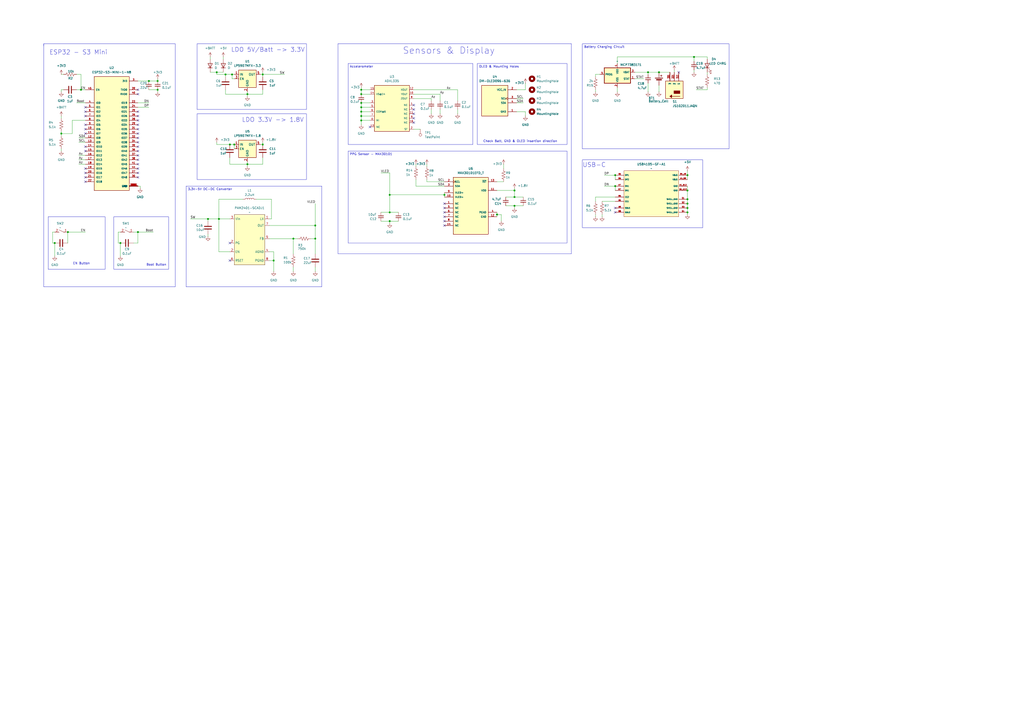
<source format=kicad_sch>
(kicad_sch (version 20231120) (generator "eeschema") (generator_version "8.0")
  (paper "A2")
  (junction (at 402.59 33.02))
  (junction (at 143.51 95.25))
  (junction (at 127 127))
  (junction (at 31.75 140.97))
  (junction (at 135.89 83.82))
  (junction (at 226.06 113.03))
  (junction (at 39.37 134.62))
  (junction (at 209.55 67.31))
  (junction (at 125.73 41.91))
  (junction (at 298.45 114.3))
  (junction (at 398.78 118.11))
  (junction (at 226.06 123.19))
  (junction (at 375.92 41.91))
  (junction (at 398.78 101.6))
  (junction (at 152.4 83.82))
  (junction (at 209.55 52.07))
  (junction (at 257.81 113.03))
  (junction (at 134.62 43.18))
  (junction (at 398.78 115.57))
  (junction (at 86.36 46.99))
  (junction (at 91.44 52.07))
  (junction (at 288.29 124.46))
  (junction (at 91.44 46.99))
  (junction (at 35.56 77.47))
  (junction (at 209.55 64.77))
  (junction (at 356.87 107.95))
  (junction (at 398.78 120.65))
  (junction (at 69.85 140.97))
  (junction (at 382.27 41.91))
  (junction (at 152.4 43.18))
  (junction (at 158.75 151.13))
  (junction (at 226.06 128.27))
  (junction (at 80.01 134.62))
  (junction (at 170.18 138.43))
  (junction (at 398.78 123.19))
  (junction (at 209.55 59.69))
  (junction (at 209.55 62.23))
  (junction (at 356.87 101.6))
  (junction (at 182.88 138.43))
  (junction (at 298.45 110.49))
  (junction (at 143.51 54.61))
  (junction (at 46.99 52.07))
  (junction (at 120.65 127))
  (junction (at 298.45 119.38))
  (junction (at 398.78 110.49))
  (junction (at 182.88 130.81))
  (junction (at 209.55 54.61))
  (junction (at 130.81 43.18))
  (junction (at 209.55 69.85))
  (junction (at 133.35 83.82))
  (no_connect (at 49.53 62.23))
  (no_connect (at 80.01 64.77))
  (no_connect (at 49.53 100.33))
  (no_connect (at 49.53 97.79))
  (no_connect (at 356.87 120.65))
  (no_connect (at 240.03 71.12))
  (no_connect (at 240.03 63.5))
  (no_connect (at 80.01 54.61))
  (no_connect (at 133.35 140.97))
  (no_connect (at 49.53 87.63))
  (no_connect (at 80.01 90.17))
  (no_connect (at 49.53 105.41))
  (no_connect (at 257.81 118.11))
  (no_connect (at 80.01 95.25))
  (no_connect (at 80.01 74.93))
  (no_connect (at 240.03 66.04))
  (no_connect (at 80.01 97.79))
  (no_connect (at 80.01 69.85))
  (no_connect (at 80.01 100.33))
  (no_connect (at 80.01 80.01))
  (no_connect (at 80.01 102.87))
  (no_connect (at 80.01 85.09))
  (no_connect (at 214.63 73.66))
  (no_connect (at 49.53 72.39))
  (no_connect (at 356.87 123.19))
  (no_connect (at 257.81 120.65))
  (no_connect (at 80.01 72.39))
  (no_connect (at 80.01 82.55))
  (no_connect (at 49.53 67.31))
  (no_connect (at 133.35 151.13))
  (no_connect (at 240.03 68.58))
  (no_connect (at 49.53 74.93))
  (no_connect (at 257.81 125.73))
  (no_connect (at 80.01 77.47))
  (no_connect (at 49.53 77.47))
  (no_connect (at 80.01 67.31))
  (no_connect (at 49.53 85.09))
  (no_connect (at 393.7 41.91))
  (no_connect (at 80.01 87.63))
  (no_connect (at 257.81 130.81))
  (no_connect (at 257.81 123.19))
  (no_connect (at 49.53 102.87))
  (no_connect (at 80.01 52.07))
  (no_connect (at 257.81 128.27))
  (no_connect (at 240.03 60.96))
  (no_connect (at 49.53 64.77))
  (no_connect (at 80.01 92.71))
  (wire (pts (xy 398.78 110.49) (xy 398.78 115.57)))
  (wire (pts (xy 402.59 33.02) (xy 402.59 35.56)))
  (wire (pts (xy 44.45 43.18) (xy 46.99 43.18)))
  (wire (pts (xy 130.81 54.61) (xy 143.51 54.61)))
  (wire (pts (xy 41.91 77.47) (xy 35.56 77.47)))
  (wire (pts (xy 209.55 67.31) (xy 209.55 69.85)))
  (wire (pts (xy 182.88 138.43) (xy 182.88 147.32)))
  (wire (pts (xy 398.78 115.57) (xy 398.78 118.11)))
  (wire (pts (xy 68.58 134.62) (xy 69.85 134.62)))
  (wire (pts (xy 45.72 82.55) (xy 49.53 82.55)))
  (wire (pts (xy 170.18 157.48) (xy 170.18 154.94)))
  (wire (pts (xy 368.3 41.91) (xy 375.92 41.91)))
  (wire (pts (xy 398.78 101.6) (xy 398.78 104.14)))
  (wire (pts (xy 121.92 33.02) (xy 121.92 34.29)))
  (wire (pts (xy 152.4 41.91) (xy 152.4 43.18)))
  (wire (pts (xy 170.18 138.43) (xy 172.72 138.43)))
  (wire (pts (xy 127 127) (xy 133.35 127)))
  (wire (pts (xy 350.52 107.95) (xy 356.87 107.95)))
  (wire (pts (xy 125.73 41.91) (xy 129.54 41.91)))
  (polyline (pts (xy 25.4 166.37) (xy 101.6 166.37)))
  (wire (pts (xy 293.37 119.38) (xy 298.45 119.38)))
  (wire (pts (xy 391.16 41.91) (xy 391.16 40.64)))
  (wire (pts (xy 36.83 52.07) (xy 35.56 52.07)))
  (wire (pts (xy 135.89 83.82) (xy 135.89 86.36)))
  (wire (pts (xy 135.89 45.72) (xy 134.62 45.72)))
  (wire (pts (xy 410.21 33.02) (xy 410.21 34.29)))
  (wire (pts (xy 152.4 82.55) (xy 152.4 83.82)))
  (wire (pts (xy 304.8 48.26) (xy 304.8 52.07)))
  (wire (pts (xy 226.06 123.19) (xy 231.14 123.19)))
  (wire (pts (xy 358.14 50.8) (xy 358.14 53.34)))
  (wire (pts (xy 209.55 69.85) (xy 209.55 72.39)))
  (wire (pts (xy 304.8 64.77) (xy 304.8 67.31)))
  (polyline (pts (xy 25.4 25.4) (xy 25.4 26.67)))
  (wire (pts (xy 143.51 54.61) (xy 143.51 53.34)))
  (wire (pts (xy 209.55 64.77) (xy 214.63 64.77)))
  (wire (pts (xy 152.4 44.45) (xy 152.4 43.18)))
  (wire (pts (xy 209.55 50.8) (xy 209.55 52.07)))
  (wire (pts (xy 45.72 80.01) (xy 49.53 80.01)))
  (wire (pts (xy 209.55 52.07) (xy 214.63 52.07)))
  (wire (pts (xy 209.55 59.69) (xy 209.55 62.23)))
  (wire (pts (xy 349.25 116.84) (xy 356.87 116.84)))
  (wire (pts (xy 127 115.57) (xy 127 127)))
  (wire (pts (xy 345.44 43.18) (xy 345.44 44.45)))
  (wire (pts (xy 398.78 99.06) (xy 398.78 101.6)))
  (wire (pts (xy 240.03 57.15) (xy 250.19 57.15)))
  (wire (pts (xy 247.65 95.25) (xy 247.65 96.52)))
  (wire (pts (xy 402.59 41.91) (xy 402.59 40.64)))
  (wire (pts (xy 250.19 63.5) (xy 250.19 66.04)))
  (wire (pts (xy 77.47 140.97) (xy 80.01 140.97)))
  (wire (pts (xy 288.29 110.49) (xy 298.45 110.49)))
  (wire (pts (xy 299.72 52.07) (xy 304.8 52.07)))
  (wire (pts (xy 35.56 86.36) (xy 35.56 87.63)))
  (wire (pts (xy 356.87 107.95) (xy 356.87 110.49)))
  (wire (pts (xy 35.56 77.47) (xy 35.56 78.74)))
  (wire (pts (xy 35.56 67.31) (xy 35.56 68.58)))
  (wire (pts (xy 345.44 125.73) (xy 345.44 124.46)))
  (wire (pts (xy 288.29 124.46) (xy 290.83 124.46)))
  (wire (pts (xy 209.55 62.23) (xy 214.63 62.23)))
  (wire (pts (xy 35.56 76.2) (xy 35.56 77.47)))
  (wire (pts (xy 91.44 45.72) (xy 91.44 46.99)))
  (wire (pts (xy 345.44 114.3) (xy 356.87 114.3)))
  (wire (pts (xy 45.72 95.25) (xy 49.53 95.25)))
  (wire (pts (xy 125.73 41.91) (xy 125.73 43.18)))
  (wire (pts (xy 77.47 134.62) (xy 80.01 134.62)))
  (wire (pts (xy 220.98 100.33) (xy 226.06 100.33)))
  (wire (pts (xy 45.72 90.17) (xy 49.53 90.17)))
  (wire (pts (xy 157.48 127) (xy 156.21 127)))
  (wire (pts (xy 80.01 134.62) (xy 88.9 134.62)))
  (wire (pts (xy 209.55 67.31) (xy 214.63 67.31)))
  (wire (pts (xy 403.86 52.07) (xy 410.21 52.07)))
  (wire (pts (xy 226.06 128.27) (xy 226.06 129.54)))
  (wire (pts (xy 35.56 52.07) (xy 35.56 53.34)))
  (wire (pts (xy 209.55 54.61) (xy 214.63 54.61)))
  (wire (pts (xy 255.27 54.61) (xy 240.03 54.61)))
  (wire (pts (xy 345.44 114.3) (xy 345.44 116.84)))
  (wire (pts (xy 288.29 105.41) (xy 292.1 105.41)))
  (wire (pts (xy 402.59 33.02) (xy 410.21 33.02)))
  (wire (pts (xy 30.48 134.62) (xy 30.48 140.97)))
  (wire (pts (xy 68.58 140.97) (xy 69.85 140.97)))
  (wire (pts (xy 298.45 119.38) (xy 303.53 119.38)))
  (wire (pts (xy 375.92 53.34) (xy 375.92 48.26)))
  (wire (pts (xy 255.27 58.42) (xy 255.27 54.61)))
  (wire (pts (xy 182.88 154.94) (xy 182.88 157.48)))
  (wire (pts (xy 257.81 113.03) (xy 257.81 114.3)))
  (wire (pts (xy 81.28 107.95) (xy 81.28 109.22)))
  (wire (pts (xy 375.92 41.91) (xy 382.27 41.91)))
  (wire (pts (xy 125.73 82.55) (xy 125.73 83.82)))
  (wire (pts (xy 143.51 54.61) (xy 143.51 55.88)))
  (wire (pts (xy 292.1 95.25) (xy 292.1 97.79)))
  (wire (pts (xy 151.13 43.18) (xy 152.4 43.18)))
  (wire (pts (xy 226.06 128.27) (xy 231.14 128.27)))
  (wire (pts (xy 299.72 64.77) (xy 304.8 64.77)))
  (wire (pts (xy 382.27 53.34) (xy 382.27 49.53)))
  (wire (pts (xy 143.51 95.25) (xy 143.51 96.52)))
  (wire (pts (xy 120.65 135.89) (xy 120.65 137.16)))
  (wire (pts (xy 133.35 91.44) (xy 133.35 95.25)))
  (wire (pts (xy 358.14 33.02) (xy 358.14 36.83)))
  (wire (pts (xy 298.45 119.38) (xy 298.45 120.65)))
  (wire (pts (xy 86.36 52.07) (xy 91.44 52.07)))
  (wire (pts (xy 80.01 140.97) (xy 80.01 134.62)))
  (wire (pts (xy 156.21 146.05) (xy 158.75 146.05)))
  (wire (pts (xy 209.55 69.85) (xy 214.63 69.85)))
  (wire (pts (xy 120.65 128.27) (xy 120.65 127)))
  (wire (pts (xy 39.37 134.62) (xy 39.37 140.97)))
  (wire (pts (xy 250.19 57.15) (xy 250.19 58.42)))
  (wire (pts (xy 257.81 111.76) (xy 257.81 113.03)))
  (wire (pts (xy 110.49 127) (xy 120.65 127)))
  (wire (pts (xy 240.03 74.93) (xy 243.84 74.93)))
  (wire (pts (xy 127 146.05) (xy 133.35 146.05)))
  (wire (pts (xy 240.03 52.07) (xy 265.43 52.07)))
  (wire (pts (xy 209.55 52.07) (xy 209.55 54.61)))
  (wire (pts (xy 44.45 59.69) (xy 49.53 59.69)))
  (wire (pts (xy 241.3 107.95) (xy 257.81 107.95)))
  (wire (pts (xy 156.21 151.13) (xy 158.75 151.13)))
  (wire (pts (xy 350.52 101.6) (xy 356.87 101.6)))
  (wire (pts (xy 46.99 43.18) (xy 46.99 52.07)))
  (wire (pts (xy 368.3 45.72) (xy 373.38 45.72)))
  (wire (pts (xy 209.55 64.77) (xy 209.55 67.31)))
  (wire (pts (xy 298.45 110.49) (xy 298.45 114.3)))
  (wire (pts (xy 125.73 43.18) (xy 130.81 43.18)))
  (wire (pts (xy 398.78 120.65) (xy 398.78 123.19)))
  (wire (pts (xy 398.78 123.19) (xy 398.78 124.46)))
  (wire (pts (xy 157.48 115.57) (xy 157.48 127)))
  (wire (pts (xy 148.59 115.57) (xy 157.48 115.57)))
  (wire (pts (xy 345.44 53.34) (xy 345.44 52.07)))
  (wire (pts (xy 120.65 127) (xy 127 127)))
  (wire (pts (xy 220.98 128.27) (xy 226.06 128.27)))
  (wire (pts (xy 130.81 52.07) (xy 130.81 54.61)))
  (wire (pts (xy 345.44 43.18) (xy 347.98 43.18)))
  (wire (pts (xy 39.37 134.62) (xy 49.53 134.62)))
  (wire (pts (xy 265.43 52.07) (xy 265.43 58.42)))
  (wire (pts (xy 130.81 43.18) (xy 134.62 43.18)))
  (wire (pts (xy 152.4 52.07) (xy 152.4 54.61)))
  (wire (pts (xy 36.83 43.18) (xy 35.56 43.18)))
  (polyline (pts (xy 101.6 166.37) (xy 101.6 25.4)))
  (wire (pts (xy 140.97 115.57) (xy 127 115.57)))
  (wire (pts (xy 358.14 33.02) (xy 402.59 33.02)))
  (wire (pts (xy 226.06 113.03) (xy 257.81 113.03)))
  (wire (pts (xy 241.3 95.25) (xy 241.3 96.52)))
  (wire (pts (xy 80.01 62.23) (xy 86.36 62.23)))
  (wire (pts (xy 288.29 123.19) (xy 288.29 124.46)))
  (wire (pts (xy 410.21 43.18) (xy 410.21 41.91)))
  (wire (pts (xy 226.06 123.19) (xy 220.98 123.19)))
  (wire (pts (xy 290.83 124.46) (xy 290.83 128.27)))
  (wire (pts (xy 398.78 118.11) (xy 398.78 120.65)))
  (wire (pts (xy 209.55 59.69) (xy 214.63 59.69)))
  (wire (pts (xy 46.99 52.07) (xy 49.53 52.07)))
  (wire (pts (xy 69.85 140.97) (xy 69.85 148.59)))
  (wire (pts (xy 298.45 109.22) (xy 298.45 110.49)))
  (wire (pts (xy 398.78 107.95) (xy 398.78 110.49)))
  (wire (pts (xy 68.58 134.62) (xy 68.58 140.97)))
  (wire (pts (xy 180.34 138.43) (xy 182.88 138.43)))
  (wire (pts (xy 134.62 45.72) (xy 134.62 43.18)))
  (wire (pts (xy 158.75 151.13) (xy 158.75 157.48)))
  (wire (pts (xy 293.37 114.3) (xy 298.45 114.3)))
  (wire (pts (xy 30.48 134.62) (xy 31.75 134.62)))
  (wire (pts (xy 151.13 83.82) (xy 152.4 83.82)))
  (wire (pts (xy 143.51 54.61) (xy 152.4 54.61)))
  (wire (pts (xy 143.51 95.25) (xy 143.51 93.98)))
  (wire (pts (xy 182.88 118.11) (xy 182.88 130.81)))
  (wire (pts (xy 298.45 114.3) (xy 303.53 114.3)))
  (wire (pts (xy 152.4 91.44) (xy 152.4 95.25)))
  (wire (pts (xy 31.75 140.97) (xy 31.75 148.59)))
  (polyline (pts (xy 101.6 25.4) (xy 25.4 25.4)))
  (wire (pts (xy 265.43 63.5) (xy 265.43 66.04)))
  (wire (pts (xy 134.62 43.18) (xy 135.89 43.18)))
  (wire (pts (xy 209.55 62.23) (xy 209.55 64.77)))
  (wire (pts (xy 133.35 95.25) (xy 143.51 95.25)))
  (wire (pts (xy 356.87 101.6) (xy 356.87 104.14)))
  (wire (pts (xy 80.01 46.99) (xy 86.36 46.99)))
  (wire (pts (xy 130.81 44.45) (xy 130.81 43.18)))
  (wire (pts (xy 299.72 57.15) (xy 303.53 57.15)))
  (wire (pts (xy 127 127) (xy 127 146.05)))
  (wire (pts (xy 80.01 107.95) (xy 81.28 107.95)))
  (wire (pts (xy 80.01 59.69) (xy 86.36 59.69)))
  (wire (pts (xy 91.44 53.34) (xy 91.44 52.07)))
  (wire (pts (xy 226.06 113.03) (xy 226.06 123.19)))
  (wire (pts (xy 241.3 104.14) (xy 241.3 107.95)))
  (wire (pts (xy 288.29 124.46) (xy 288.29 125.73)))
  (wire (pts (xy 158.75 146.05) (xy 158.75 151.13)))
  (wire (pts (xy 133.35 83.82) (xy 135.89 83.82)))
  (wire (pts (xy 143.51 95.25) (xy 152.4 95.25)))
  (wire (pts (xy 86.36 46.99) (xy 91.44 46.99)))
  (wire (pts (xy 375.92 43.18) (xy 375.92 41.91)))
  (wire (pts (xy 247.65 105.41) (xy 247.65 104.14)))
  (wire (pts (xy 156.21 130.81) (xy 182.88 130.81)))
  (wire (pts (xy 129.54 33.02) (xy 129.54 34.29)))
  (wire (pts (xy 349.25 125.73) (xy 349.25 124.46)))
  (wire (pts (xy 44.45 52.07) (xy 46.99 52.07)))
  (wire (pts (xy 125.73 83.82) (xy 133.35 83.82)))
  (wire (pts (xy 247.65 105.41) (xy 257.81 105.41)))
  (polyline (pts (xy 25.4 25.4) (xy 25.4 166.37)))
  (wire (pts (xy 182.88 130.81) (xy 182.88 138.43)))
  (wire (pts (xy 152.4 43.18) (xy 165.1 43.18)))
  (wire (pts (xy 121.92 41.91) (xy 125.73 41.91)))
  (wire (pts (xy 170.18 147.32) (xy 170.18 138.43)))
  (wire (pts (xy 410.21 52.07) (xy 410.21 50.8)))
  (wire (pts (xy 299.72 59.69) (xy 303.53 59.69)))
  (wire (pts (xy 45.72 92.71) (xy 49.53 92.71)))
  (wire (pts (xy 226.06 100.33) (xy 226.06 113.03)))
  (wire (pts (xy 41.91 69.85) (xy 41.91 77.47)))
  (wire (pts (xy 30.48 140.97) (xy 31.75 140.97)))
  (wire (pts (xy 49.53 69.85) (xy 41.91 69.85)))
  (wire (pts (xy 156.21 138.43) (xy 170.18 138.43)))
  (wire (pts (xy 382.27 41.91) (xy 388.62 41.91)))
  (wire (pts (xy 255.27 63.5) (xy 255.27 66.04)))
  (rectangle (start 114.3 25.4) (end 177.8 63.5))
  (rectangle (start 337.82 92.71) (end 407.67 132.08))
  (rectangle (start 66.04 125.73) (end 97.79 156.21))
  (rectangle (start 196.0664 25.3147) (end 331.47 147.2347))
  (rectangle (start 27.94 125.73) (end 60.96 156.21))
  (rectangle (start 114.3 66.04) (end 177.8 104.14))
  (text_box "Accelerometer\n" (at 201.93 36.83 0) (size 72.39 46.99) (effects (font (size 1.27 1.27)) (justify left top)))
  (text_box "PPG Sensor - MAX30101\n" (at 201.93 87.63 0) (size 127 53.34) (effects (font (size 1.27 1.27)) (justify left top)))
  (text_box "OLED & Mounting Holes\n" (at 276.86 36.83 0) (size 52.07 46.99) (effects (font (size 1.27 1.27)) (justify left top)))
  (text_box "3.3V-5V DC-DC Converter \n" (at 107.95 107.95 0) (size 78.74 58.42) (effects (font (size 1.27 1.27)) (justify left top)))
  (text_box "Battery Charging Circuit \n" (at 337.82 25.4 0) (size 85.09 60.96) (effects (font (size 1.27 1.27)) (justify left top)))
  (text "ESP32 - S3 Mini\n" (at 45.466 30.48 0) (effects (font (size 2.54 2.54))))
  (text "Sensors & Display\n" (at 260.35 29.464 0) (effects (font (size 3.81 3.81))))
  (text "Boot Button \n" (at 91.186 153.67 0) (effects (font (size 1.27 1.27))))
  (text "LDO 3.3V -> 1.8V \n" (at 159.258 69.596 0) (effects (font (size 2.54 2.54))))
  (text "USB-C\n" (at 344.678 95.758 0) (effects (font (size 2.54 2.54))))
  (text "LDO 5V/Batt -> 3.3V\n" (at 155.448 28.956 0) (effects (font (size 2.54 2.54))))
  (text "Check Batt, GND & OLED insertion direction \n" (at 302.26 82.042 0) (effects (font (size 1.27 1.27))))
  (text "EN Button\n" (at 47.244 152.908 0) (effects (font (size 1.27 1.27))))
  (label "STAT" (at 403.86 52.07 0))
  (label "Ay" (at 255.27 54.61 0))
  (label "VLED" (at 220.98 100.33 0))
  (label "Ax" (at 259.08 52.07 0))
  (label "EN" (at 49.53 134.62 180))
  (label "Az" (at 250.19 57.15 0))
  (label "Boot" (at 44.45 59.69 0))
  (label "SCL" (at 257.81 105.41 180))
  (label "DN" (at 350.52 107.95 0))
  (label "STAT" (at 373.38 45.72 180))
  (label "DN" (at 86.36 59.69 180))
  (label "Ay" (at 45.72 92.71 0))
  (label "Boot" (at 88.9 134.62 180))
  (label "VLED" (at 182.88 118.11 180))
  (label "SDA" (at 45.72 80.01 0))
  (label "SDA" (at 303.53 59.69 180))
  (label "SDA" (at 257.81 107.95 180))
  (label "SW" (at 110.49 127 0))
  (label "DP" (at 350.52 101.6 0))
  (label "DP" (at 86.36 62.23 180))
  (label "SCL" (at 303.53 57.15 180))
  (label "EN" (at 49.53 52.07 180))
  (label "Ax" (at 45.72 90.17 0))
  (label "SW" (at 165.1 43.18 180))
  (label "SCL" (at 45.72 82.55 0))
  (label "Az" (at 45.72 95.25 0))
  (symbol (lib_id "Device:R_US") (at 170.18 151.13 0) (unit 1)
    (property "Reference" "R1" (at 164.338 149.606 0) (effects (justify left)))
    (property "Value" "100k" (at 164.338 152.146 0) (effects (justify left)))
    (property "Footprint" "Resistor_SMD:R_0402_1005Metric" (effects (hide yes)))
    (property "MANUFACTURER" " ERA-2AED104X " (effects (hide yes)))
  )
  (symbol (lib_id "Device:R_US") (at 35.56 72.39 0) (unit 1)
    (property "Reference" "R4" (at 28.194 71.12 0) (effects (justify left)))
    (property "Value" "5.1k" (at 28.194 73.66 0) (effects (justify left)))
    (property "Footprint" "Resistor_SMD:R_0402_1005Metric" (effects (hide yes)))
    (property "Description" "Resistor, US symbol" (effects (hide yes)))
    (property "MANUFACTURER" "ERJ-2RKF7503X" (effects (hide yes)))
  )
  (symbol (lib_id "power:GND") (at 143.51 55.88 0) (unit 1)
    (property "Reference" "#PWR07" (effects (hide yes)))
    (property "Value" "GND" (at 143.51 60.96 0))
    (property "Description" "Power symbol creates a global label with name \"GND\" , ground" (effects (hide yes)))
  )
  (symbol (lib_id "Device:R_US") (at 35.56 82.55 0) (unit 1)
    (property "Reference" "R5" (at 28.194 81.28 0) (effects (justify left)))
    (property "Value" "5.1k" (at 28.194 83.82 0) (effects (justify left)))
    (property "Footprint" "Resistor_SMD:R_0402_1005Metric" (effects (hide yes)))
    (property "Description" "Resistor, US symbol" (effects (hide yes)))
    (property "MANUFACTURER" "ERA-2AED512X" (effects (hide yes)))
  )
  (symbol (lib_id "Device:C") (at 152.4 87.63 0) (unit 1)
    (property "Reference" "C11" (at 156.21 86.3599 0) (effects (justify left)))
    (property "Value" "1uF" (at 156.21 88.8999 0) (effects (justify left)))
    (property "Footprint" "Capacitor_SMD:C_0402_1005Metric" (effects (hide yes)))
    (property "Description" "Unpolarized capacitor" (effects (hide yes)))
    (property "MANUFACTURER" "GRM155C81A105KA12J" (effects (hide yes)))
  )
  (symbol (lib_id "Device:C_Small") (at 91.44 49.53 0) (unit 1)
    (property "Reference" "C21" (at 93.98 48.26 0) (effects (justify left)))
    (property "Value" "0.1uF" (at 93.98 50.8 0) (effects (justify left)))
    (property "Footprint" "Capacitor_SMD:C_0402_1005Metric" (effects (hide yes)))
    (property "MANUFACTURER" "GRM155R71C104JA88D" (effects (hide yes)))
  )
  (symbol (lib_id "Device:LED") (at 410.21 38.1 90) (unit 1)
    (property "Reference" "D4" (at 412.75 34.29 90) (effects (justify right)))
    (property "Value" "LED CHRG " (at 411.48 36.83 90) (effects (justify right)))
    (property "Footprint" "LED_SMD:LED_0603_1608Metric" (effects (hide yes)))
    (property "MANUFACTURER" "LTST-S270KRKT" (effects (hide yes)))
  )
  (symbol (lib_id "Device:R_US") (at 247.65 100.33 0) (unit 1)
    (property "Reference" "R8" (at 248.92 99.06 0) (effects (justify left)))
    (property "Value" "1k" (at 248.92 101.6 0) (effects (justify left)))
    (property "Footprint" "Resistor_SMD:R_0402_1005Metric" (effects (hide yes)))
    (property "MANUFACTURER" "ERA-2AED102X" (effects (hide yes)))
  )
  (symbol (lib_id "Mechanical:MountingHole") (at 308.61 58.42 0) (unit 1)
    (property "Reference" "H3" (at 311.15 57.1499 0) (effects (justify left)))
    (property "Value" "MountingHole" (at 311.15 59.6899 0) (effects (justify left)))
    (property "Footprint" "MountingHole:MountingHole_3.2mm_M3" (effects (hide yes)))
    (property "Description" "Mounting Hole without connection" (effects (hide yes)))
  )
  (symbol (lib_id "Device:C") (at 152.4 48.26 0) (unit 1)
    (property "Reference" "C5" (at 156.21 46.9899 0) (effects (justify left)))
    (property "Value" "1uF" (at 156.21 49.5299 0) (effects (justify left)))
    (property "Footprint" "Capacitor_SMD:C_0402_1005Metric" (effects (hide yes)))
    (property "Description" "Unpolarized capacitor" (effects (hide yes)))
    (property "MANUFACTURER" "GRM155C81A105KA12J" (effects (hide yes)))
  )
  (symbol (lib_id "custom:MCP7381T-SingleLiIonCell") (at 358.14 43.18 0) (unit 1)
    (property "Reference" "MCP73831T1" (at 366.014 37.592 0))
    (property "Value" "~" (at 358.14 35.56 0))
    (property "Footprint" "MCP73831T-3ACI_OT:SOT95P270X145-5N" (effects (hide yes)))
    (property "MANUFACTURER" " MCP73831T-2ACI/OT " (effects (hide yes)))
  )
  (symbol (lib_id "power:+3V3") (at 298.45 109.22 0) (unit 1)
    (property "Reference" "#PWR028" (effects (hide yes)))
    (property "Value" "+1.8V" (at 303.276 107.696 0))
    (property "Description" "Power symbol creates a global label with name \"+3V3\"" (effects (hide yes)))
  )
  (symbol (lib_id "Device:C_Small") (at 231.14 125.73 0) (unit 1)
    (property "Reference" "C13" (at 233.68 124.4662 0) (effects (justify left)))
    (property "Value" "0.1uF" (at 233.68 127.0062 0) (effects (justify left)))
    (property "Footprint" "Capacitor_SMD:C_0402_1005Metric" (effects (hide yes)))
    (property "Description" "Unpolarized capacitor, small symbol" (effects (hide yes)))
    (property "MANUFACTURER" "GRM155R71C104JA88D" (effects (hide yes)))
  )
  (symbol (lib_id "power:+3V3") (at 241.3 95.25 0) (unit 1)
    (property "Reference" "#PWR01" (effects (hide yes)))
    (property "Value" "+3V3" (at 237.744 94.996 0))
    (property "Description" "Power symbol creates a global label with name \"+3V3\"" (effects (hide yes)))
  )
  (symbol (lib_id "power:GND") (at 255.27 66.04 0) (unit 1)
    (property "Reference" "#PWR032" (effects (hide yes)))
    (property "Value" "GND" (at 255.27 71.12 0))
    (property "Description" "Power symbol creates a global label with name \"GND\" , ground" (effects (hide yes)))
  )
  (symbol (lib_id "power:+5V") (at 398.78 99.06 0) (unit 1)
    (property "Reference" "#PWR016" (effects (hide yes)))
    (property "Value" "+5V" (at 398.78 93.98 0))
    (property "Description" "Power symbol creates a global label with name \"+5V\"" (effects (hide yes)))
  )
  (symbol (lib_id "custom:PAM2401-SCADJ-BoostConv") (at 144.78 121.92 0) (unit 1)
    (property "Reference" "PAM2401-SCADJ1" (at 144.78 120.65 0))
    (property "Value" "~" (at 144.78 123.19 0))
    (property "Footprint" "PAM2401SCADJ:SOP65P490X110-8N" (effects (hide yes)))
    (property "MANUFACTURER" "PAM2401SCADJ " (effects (hide yes)))
  )
  (symbol (lib_id "Regulator_Linear:LP5907MFX-3.3") (at 143.51 45.72 0) (unit 1)
    (property "Reference" "U1" (at 143.51 35.56 0))
    (property "Value" "LP5907MFX-3.3" (at 143.51 38.1 0))
    (property "Footprint" "Package_TO_SOT_SMD:SOT-23-5" (effects (hide yes)))
    (property "Datasheet" "http://www.ti.com/lit/ds/symlink/lp5907.pdf" (effects (hide yes)))
    (property "Description" "250-mA Ultra-Low-Noise Low-IQ LDO, 3.3V, SOT-23" (effects (hide yes)))
    (property "MANUFACTURER" " LP5907MFX-3.3/NOPB " (effects (hide yes)))
  )
  (symbol (lib_id "power:+BATT") (at 121.92 33.02 0) (unit 1)
    (property "Reference" "#PWR010" (effects (hide yes)))
    (property "Value" "+BATT" (at 121.92 27.94 0))
    (property "Description" "Power symbol creates a global label with name \"+BATT\"" (effects (hide yes)))
  )
  (symbol (lib_id "custom:USB-C_female") (at 372.11 100.33 0) (unit 1)
    (property "Reference" "USB4105-GF-A1" (at 377.825 95.25 0))
    (property "Value" "~" (at 377.825 97.79 0))
    (property "Footprint" "USB4105-GF-A-Footprint:GCT_USB4105-GF-A" (effects (hide yes)))
    (property "MANUFACTURER" " USB4105-GF-A-120 " (effects (hide yes)))
  )
  (symbol (lib_id "power:+3V3") (at 292.1 95.25 0) (unit 1)
    (property "Reference" "#PWR029" (effects (hide yes)))
    (property "Value" "+3V3" (at 288.544 94.996 0))
    (property "Description" "Power symbol creates a global label with name \"+3V3\"" (effects (hide yes)))
  )
  (symbol (lib_id "Device:C_Small") (at 303.53 116.84 0) (unit 1)
    (property "Reference" "C15" (at 306.07 115.5762 0) (effects (justify left)))
    (property "Value" "0.1uF" (at 306.07 118.1162 0) (effects (justify left)))
    (property "Footprint" "Capacitor_SMD:C_0402_1005Metric" (effects (hide yes)))
    (property "Description" "Unpolarized capacitor, small symbol" (effects (hide yes)))
    (property "MANUFACTURER" "GRM155R71C104JA88D" (effects (hide yes)))
  )
  (symbol (lib_id "power:GND") (at 91.44 53.34 0) (unit 1)
    (property "Reference" "#PWR048" (effects (hide yes)))
    (property "Value" "GND" (effects (hide yes)))
  )
  (symbol (lib_id "power:GND") (at 182.88 157.48 0) (unit 1)
    (property "Reference" "#PWR031" (effects (hide yes)))
    (property "Value" "GND" (at 182.88 162.56 0))
    (property "Description" "Power symbol creates a global label with name \"GND\" , ground" (effects (hide yes)))
  )
  (symbol (lib_id "power:GND") (at 382.27 53.34 0) (unit 1)
    (property "Reference" "#PWR038" (effects (hide yes)))
    (property "Value" "GND" (effects (hide yes)))
  )
  (symbol (lib_id "Device:C") (at 35.56 140.97 90) (unit 1)
    (property "Reference" "C4" (at 35.56 144.526 90))
    (property "Value" "0.1uF" (at 35.56 147.066 90))
    (property "Footprint" "Capacitor_SMD:C_0402_1005Metric" (effects (hide yes)))
    (property "Description" "Unpolarized capacitor" (effects (hide yes)))
    (property "MANUFACTURER" "GRM155R71C104JA88D" (effects (hide yes)))
  )
  (symbol (lib_id "Device:C_Small") (at 375.92 45.72 0) (unit 1)
    (property "Reference" "C18" (at 369.824 48.514 0) (effects (justify left)))
    (property "Value" "4.7uF" (at 369.824 51.054 0) (effects (justify left)))
    (property "Footprint" "Capacitor_SMD:C_0402_1005Metric" (effects (hide yes)))
    (property "MANUFACTURER" "GRM155R60G475ME47D" (effects (hide yes)))
  )
  (symbol (lib_id "Device:L") (at 144.78 115.57 90) (unit 1)
    (property "Reference" "L1" (at 144.78 110.49 90))
    (property "Value" "2.2uH" (at 144.78 113.03 90))
    (property "Footprint" "Inductor_SMD:L_0402_1005Metric" (effects (hide yes)))
    (property "Description" "Inductor" (effects (hide yes)))
    (property "MANUFACTURER" "0402DF-222XJRW " (effects (hide yes)))
  )
  (symbol (lib_id "Device:R_US") (at 292.1 101.6 0) (unit 1)
    (property "Reference" "R9" (at 293.37 100.33 0) (effects (justify left)))
    (property "Value" "1k" (at 293.37 102.87 0) (effects (justify left)))
    (property "Footprint" "Resistor_SMD:R_0402_1005Metric" (effects (hide yes)))
    (property "MANUFACTURER" "ERA-2AED102X" (effects (hide yes)))
  )
  (symbol (lib_id "Device:C") (at 120.65 132.08 0) (unit 1)
    (property "Reference" "C16" (at 113.792 130.81 0) (effects (justify left)))
    (property "Value" "10uF" (at 113.792 133.35 0) (effects (justify left)))
    (property "Footprint" "Capacitor_SMD:C_0402_1005Metric" (effects (hide yes)))
    (property "Description" "Unpolarized capacitor" (effects (hide yes)))
    (property "MANUFACTURER" "GRM155R60J106ME05J" (effects (hide yes)))
  )
  (symbol (lib_id "Device:C_Small") (at 402.59 38.1 0) (unit 1)
    (property "Reference" "C19" (at 403.86 36.83 0) (effects (justify left)))
    (property "Value" "4.7uF" (at 403.86 39.37 0) (effects (justify left)))
    (property "Footprint" "Capacitor_SMD:C_0402_1005Metric" (effects (hide yes)))
    (property "MANUFACTURER" "GRM155R60G475ME47D" (effects (hide yes)))
  )
  (symbol (lib_id "power:+3V3") (at 129.54 33.02 0) (unit 1)
    (property "Reference" "#PWR013" (effects (hide yes)))
    (property "Value" "+5V" (at 129.54 27.94 0))
    (property "Description" "Power symbol creates a global label with name \"+3V3\"" (effects (hide yes)))
  )
  (symbol (lib_id "Device:C_Small") (at 265.43 60.96 0) (unit 1)
    (property "Reference" "C2" (at 267.716 59.436 0) (effects (justify left)))
    (property "Value" "0.1uF" (at 267.716 61.976 0) (effects (justify left)))
    (property "Footprint" "Capacitor_SMD:C_0402_1005Metric" (effects (hide yes)))
    (property "Description" "Unpolarized capacitor, small symbol" (effects (hide yes)))
    (property "MANUFACTURER" "GRM155R71C104JA88D" (effects (hide yes)))
  )
  (symbol (lib_id "Device:C") (at 40.64 52.07 90) (unit 1)
    (property "Reference" "C3" (at 40.64 56.134 90))
    (property "Value" "1uF" (at 40.64 58.674 90))
    (property "Footprint" "Capacitor_SMD:C_0402_1005Metric" (effects (hide yes)))
    (property "Description" "Unpolarized capacitor" (effects (hide yes)))
    (property "MANUFACTURER" "GRM155C81A105KA12J" (effects (hide yes)))
  )
  (symbol (lib_id "power:GND") (at 265.43 66.04 0) (unit 1)
    (property "Reference" "#PWR049" (effects (hide yes)))
    (property "Value" "GND" (at 265.43 71.12 0))
    (property "Description" "Power symbol creates a global label with name \"GND\" , ground" (effects (hide yes)))
  )
  (symbol (lib_id "Device:C") (at 133.35 87.63 0) (unit 1)
    (property "Reference" "C10" (at 127.762 86.36 0) (effects (justify left)))
    (property "Value" "1uF" (at 127.762 88.9 0) (effects (justify left)))
    (property "Footprint" "Capacitor_SMD:C_0402_1005Metric" (effects (hide yes)))
    (property "Description" "Unpolarized capacitor" (effects (hide yes)))
    (property "MANUFACTURER" "GRM155C81A105KA12J" (effects (hide yes)))
  )
  (symbol (lib_id "power:GND") (at 375.92 53.34 0) (unit 1)
    (property "Reference" "#PWR037" (effects (hide yes)))
    (property "Value" "GND" (effects (hide yes)))
  )
  (symbol (lib_id "power:GND") (at 120.65 137.16 0) (mirror y) (unit 1)
    (property "Reference" "#PWR036" (effects (hide yes)))
    (property "Value" "GND" (at 117.348 137.414 0))
    (property "Description" "Power symbol creates a global label with name \"GND\" , ground" (effects (hide yes)))
  )
  (symbol (lib_id "power:GND") (at 345.44 125.73 0) (unit 1)
    (property "Reference" "#PWR014" (effects (hide yes)))
    (property "Value" "GND" (effects (hide yes)))
  )
  (symbol (lib_id "power:+3V3") (at 35.56 43.18 0) (unit 1)
    (property "Reference" "#PWR06" (effects (hide yes)))
    (property "Value" "+3V3" (at 35.56 38.1 0))
    (property "Description" "Power symbol creates a global label with name \"+3V3\"" (effects (hide yes)))
  )
  (symbol (lib_id "Device:C_Small") (at 86.36 49.53 0) (unit 1)
    (property "Reference" "C20" (at 81.28 48.26 0) (effects (justify left)))
    (property "Value" "22uF" (at 81.28 50.8 0) (effects (justify left)))
    (property "Footprint" "Capacitor_SMD:C_0402_1005Metric" (effects (hide yes)))
    (property "MANUFACTURER" "GRM158C80G226ME01J" (effects (hide yes)))
  )
  (symbol (lib_id "Mechanical:MountingHole") (at 308.61 64.77 0) (unit 1)
    (property "Reference" "H4" (at 311.15 63.4999 0) (effects (justify left)))
    (property "Value" "MountingHole" (at 311.15 66.0399 0) (effects (justify left)))
    (property "Footprint" "MountingHole:MountingHole_3.2mm_M3" (effects (hide yes)))
    (property "Description" "Mounting Hole without connection" (effects (hide yes)))
  )
  (symbol (lib_id "power:GND") (at 35.56 53.34 0) (unit 1)
    (property "Reference" "#PWR02" (effects (hide yes)))
    (property "Value" "GND" (at 35.56 58.42 0))
    (property "Description" "Power symbol creates a global label with name \"GND\" , ground" (effects (hide yes)))
  )
  (symbol (lib_id "JS102011JAQN:JS102011JAQN") (at 391.16 52.07 270) (unit 1)
    (property "Reference" "S1" (at 390.144 58.928 90) (effects (justify left)))
    (property "Value" "JS102011JAQN" (at 390.144 61.468 90) (effects (justify left)))
    (property "Footprint" "JS102011JAQN:SW_JS102011JAQN" (effects (hide yes)))
    (property "MF" "C&K" (effects (hide yes)))
    (property "Description_1" "\nSlide Switch SPDT Surface Mount, Right Angle\n" (effects (hide yes)))
    (property "Package" "None" (effects (hide yes)))
    (property "Price" "None" (effects (hide yes)))
    (property "Check_prices" "https://www.snapeda.com/parts/JS102011JAQN/C%2526K/view-part/?ref=eda" (effects (hide yes)))
    (property "STANDARD" "Manufacturer Recommendations" (effects (hide yes)))
    (property "PARTREV" "29 June 16" (effects (hide yes)))
    (property "SnapEDA_Link" "https://www.snapeda.com/parts/JS102011JAQN/C%2526K/view-part/?ref=snap" (effects (hide yes)))
    (property "MP" "JS102011JAQN" (effects (hide yes)))
    (property "Availability" "In Stock" (effects (hide yes)))
    (property "MANUFACTURER" "JS102011JAQN" (effects (hide yes)))
  )
  (symbol (lib_id "power:GND") (at 304.8 67.31 0) (unit 1)
    (property "Reference" "#PWR034" (effects (hide yes)))
    (property "Value" "GND" (at 304.8 72.39 0))
    (property "Description" "Power symbol creates a global label with name \"GND\" , ground" (effects (hide yes)))
  )
  (symbol (lib_id "MAX30101EFD_T:MAX30101EFD_T") (at 273.05 115.57 0) (unit 1)
    (property "Reference" "U6" (at 273.05 97.79 0))
    (property "Value" "MAX30101EFD_T" (at 273.05 100.33 0))
    (property "Footprint" "MAX30101EFD_T:PSON80P560X330X165-14N" (effects (hide yes)))
    (property "MF" "Maxim Integrated Products" (effects (hide yes)))
    (property "Description_1" "\nPulse Oximeter and Heart Rate Sensor Digital Output 1.8V 14-Pin OLGA T/R\n" (effects (hide yes)))
    (property "Package" "OLGA-14 Maxim" (effects (hide yes)))
    (property "Price" "None" (effects (hide yes)))
    (property "Check_prices" "https://www.snapeda.com/parts/MAX30101EFD+T/Analog+Devices/view-part/?ref=eda" (effects (hide yes)))
    (property "STANDARD" "IPC7351B" (effects (hide yes)))
    (property "PARTREV" "2" (effects (hide yes)))
    (property "SnapEDA_Link" "https://www.snapeda.com/parts/MAX30101EFD+T/Analog+Devices/view-part/?ref=snap" (effects (hide yes)))
    (property "MP" "MAX30101EFD+T" (effects (hide yes)))
    (property "Availability" "In Stock" (effects (hide yes)))
    (property "MANUFACTURER" " MAX30101EFD+T " (effects (hide yes)))
  )
  (symbol (lib_id "Device:C") (at 130.81 48.26 0) (unit 1)
    (property "Reference" "C6" (at 125.222 46.99 0) (effects (justify left)))
    (property "Value" "1uF" (at 125.222 49.53 0) (effects (justify left)))
    (property "Footprint" "Capacitor_SMD:C_0402_1005Metric" (effects (hide yes)))
    (property "Description" "Unpolarized capacitor" (effects (hide yes)))
    (property "MANUFACTURER" "GRM155C81A105KA12J" (effects (hide yes)))
  )
  (symbol (lib_id "Device:D") (at 129.54 38.1 90) (unit 1)
    (property "Reference" "D2" (at 132.08 36.8299 90) (effects (justify right)))
    (property "Value" "D" (at 132.08 39.3699 90) (effects (justify right)))
    (property "Footprint" "Diode_SMD:D_SOD-123F" (effects (hide yes)))
    (property "Description" "Diode" (effects (hide yes)))
    (property "Sim.Device" "D" (effects (hide yes)))
    (property "Sim.Pins" "1=K 2=A" (effects (hide yes)))
    (property "MANUFACTURER" "RB168MM-30TR" (effects (hide yes)))
  )
  (symbol (lib_id "Regulator_Linear:LP5907MFX-1.8") (at 143.51 86.36 0) (unit 1)
    (property "Reference" "U5" (at 143.51 76.2 0))
    (property "Value" "LP5907MFX-1.8" (at 143.51 78.74 0))
    (property "Footprint" "Package_TO_SOT_SMD:SOT-23-5" (effects (hide yes)))
    (property "Datasheet" "http://www.ti.com/lit/ds/symlink/lp5907.pdf" (effects (hide yes)))
    (property "Description" "250-mA Ultra-Low-Noise Low-IQ LDO, 1.8V, SOT-23" (effects (hide yes)))
    (property "MANUFACTURER" "LP5907MFX-1.8/NOPB" (effects (hide yes)))
  )
  (symbol (lib_id "custom:rockerSwitch") (at 34.29 135.89 0) (unit 1)
    (property "Reference" "SW2" (at 34.925 129.54 0))
    (property "Value" "~" (at 34.925 132.08 0))
    (property "Footprint" "customFootprints:rockerSwitch-434133025816" (effects (hide yes)))
    (property "MANUFACTURER" "434133025816 " (effects (hide yes)))
  )
  (symbol (lib_id "Device:C_Small") (at 220.98 125.73 180) (unit 1)
    (property "Reference" "C12" (at 218.44 126.9938 0) (effects (justify left)))
    (property "Value" "10uF" (at 218.44 124.4538 0) (effects (justify left)))
    (property "Footprint" "Capacitor_SMD:C_0402_1005Metric" (effects (hide yes)))
    (property "Description" "Unpolarized capacitor, small symbol" (effects (hide yes)))
    (property "MANUFACTURER" "GRM155R60E106ME16D" (effects (hide yes)))
  )
  (symbol (lib_id "Device:C_Small") (at 250.19 60.96 0) (unit 1)
    (property "Reference" "C7" (at 243.84 60.452 0) (effects (justify left)))
    (property "Value" "0.1uF" (at 243.84 62.992 0) (effects (justify left)))
    (property "Footprint" "Capacitor_SMD:C_0402_1005Metric" (effects (hide yes)))
    (property "Description" "Unpolarized capacitor, small symbol" (effects (hide yes)))
    (property "MANUFACTURER" "GRM155R71C104JA88D" (effects (hide yes)))
  )
  (symbol (lib_id "Connector:TestPoint") (at 243.84 74.93 180) (unit 1)
    (property "Reference" "TP1" (at 246.38 76.9619 0) (effects (justify right)))
    (property "Value" "TestPoint" (at 246.38 79.5019 0) (effects (justify right)))
    (property "Footprint" "TestPoint:TestPoint_Keystone_5000-5004_Miniature" (effects (hide yes)))
    (property "Description" "test point" (effects (hide yes)))
  )
  (symbol (lib_id "Device:C_Small") (at 255.27 60.96 0) (unit 1)
    (property "Reference" "C1" (at 257.556 59.436 0) (effects (justify left)))
    (property "Value" "0.1uF" (at 257.556 61.976 0) (effects (justify left)))
    (property "Footprint" "Capacitor_SMD:C_0402_1005Metric" (effects (hide yes)))
    (property "Description" "Unpolarized capacitor, small symbol" (effects (hide yes)))
    (property "MANUFACTURER" "GRM155R71C104JA88D" (effects (hide yes)))
  )
  (symbol (lib_id "Device:R_US") (at 176.53 138.43 90) (unit 1)
    (property "Reference" "R3" (at 175.514 142.24 90) (effects (justify left)))
    (property "Value" "750k" (at 177.546 144.272 90) (effects (justify left)))
    (property "Footprint" "Resistor_SMD:R_0402_1005Metric" (effects (hide yes)))
    (property "MANUFACTURER" " ERJ-2RKF7503X " (effects (hide yes)))
  )
  (symbol (lib_id "Device:D") (at 121.92 38.1 90) (unit 1)
    (property "Reference" "D1" (at 124.46 36.8299 90) (effects (justify right)))
    (property "Value" "D" (at 124.46 39.3699 90) (effects (justify right)))
    (property "Footprint" "Diode_SMD:D_SOD-123F" (effects (hide yes)))
    (property "Description" "Diode" (effects (hide yes)))
    (property "Sim.Device" "D" (effects (hide yes)))
    (property "Sim.Pins" "1=K 2=A" (effects (hide yes)))
    (property "MANUFACTURER" "RB168MM-30TR" (effects (hide yes)))
  )
  (symbol (lib_id "Device:C") (at 73.66 140.97 90) (unit 1)
    (property "Reference" "C9" (at 73.66 144.526 90))
    (property "Value" "0.1uF" (at 73.66 147.066 90))
    (property "Footprint" "Capacitor_SMD:C_0402_1005Metric" (effects (hide yes)))
    (property "Description" "Unpolarized capacitor" (effects (hide yes)))
    (property "MANUFACTURER" "GRM155R71C104JA88D" (effects (hide yes)))
  )
  (symbol (lib_id "power:GND") (at 250.19 66.04 0) (unit 1)
    (property "Reference" "#PWR020" (effects (hide yes)))
    (property "Value" "GND" (at 250.19 71.12 0))
    (property "Description" "Power symbol creates a global label with name \"GND\" , ground" (effects (hide yes)))
  )
  (symbol (lib_id "power:GND") (at 170.18 157.48 0) (unit 1)
    (property "Reference" "#PWR030" (effects (hide yes)))
    (property "Value" "GND" (at 170.18 162.56 0))
    (property "Description" "Power symbol creates a global label with name \"GND\" , ground" (effects (hide yes)))
  )
  (symbol (lib_id "Device:R_US") (at 345.44 120.65 0) (unit 1)
    (property "Reference" "R6" (at 339.852 119.38 0) (effects (justify left)))
    (property "Value" "5.1k" (at 339.852 121.92 0) (effects (justify left)))
    (property "Footprint" "Resistor_SMD:R_0402_1005Metric" (effects (hide yes)))
    (property "MANUFACTURER" "ERA-2AED512X" (effects (hide yes)))
  )
  (symbol (lib_id "power:GND") (at 143.51 96.52 0) (unit 1)
    (property "Reference" "#PWR023" (effects (hide yes)))
    (property "Value" "GND" (at 143.51 101.6 0))
    (property "Description" "Power symbol creates a global label with name \"GND\" , ground" (effects (hide yes)))
  )
  (symbol (lib_id "Device:C_Small") (at 293.37 116.84 180) (unit 1)
    (property "Reference" "C14" (at 290.83 118.1038 0) (effects (justify left)))
    (property "Value" "4.7uF" (at 290.83 115.5638 0) (effects (justify left)))
    (property "Footprint" "Capacitor_SMD:C_0402_1005Metric" (effects (hide yes)))
    (property "Description" "Unpolarized capacitor, small symbol" (effects (hide yes)))
    (property "MANUFACTURER" "GRM155R60G475ME47D" (effects (hide yes)))
  )
  (symbol (lib_id "Device:R_US") (at 349.25 120.65 0) (unit 1)
    (property "Reference" "R7" (at 350.52 119.38 0) (effects (justify left)))
    (property "Value" "5.1k" (at 350.52 121.92 0) (effects (justify left)))
    (property "Footprint" "Resistor_SMD:R_0402_1005Metric" (effects (hide yes)))
    (property "MANUFACTURER" "ERA-2AED512X" (effects (hide yes)))
  )
  (symbol (lib_id "power:GND") (at 69.85 148.59 0) (unit 1)
    (property "Reference" "#PWR05" (effects (hide yes)))
    (property "Value" "GND" (at 69.85 153.67 0))
    (property "Description" "Power symbol creates a global label with name \"GND\" , ground" (effects (hide yes)))
  )
  (symbol (lib_id "power:GND") (at 81.28 109.22 0) (unit 1)
    (property "Reference" "#PWR09" (effects (hide yes)))
    (property "Value" "GND" (at 81.28 114.3 0))
    (property "Description" "Power symbol creates a global label with name \"GND\" , ground" (effects (hide yes)))
  )
  (symbol (lib_id "power:GND") (at 158.75 157.48 0) (unit 1)
    (property "Reference" "#PWR025" (effects (hide yes)))
    (property "Value" "GND" (at 158.75 162.56 0))
    (property "Description" "Power symbol creates a global label with name \"GND\" , ground" (effects (hide yes)))
  )
  (symbol (lib_id "power:+3V3") (at 91.44 45.72 0) (unit 1)
    (property "Reference" "#PWR047" (effects (hide yes)))
    (property "Value" "+3V3" (at 91.44 41.91 0))
  )
  (symbol (lib_id "Device:C_Small") (at 209.55 57.15 0) (unit 1)
    (property "Reference" "C8" (at 203.2 56.388 0) (effects (justify left)))
    (property "Value" "0.1uF" (at 203.2 58.928 0) (effects (justify left)))
    (property "Footprint" "Capacitor_SMD:C_0402_1005Metric" (effects (hide yes)))
    (property "Description" "Unpolarized capacitor, small symbol" (effects (hide yes)))
    (property "MANUFACTURER" "GRM155R71C104JA88D" (effects (hide yes)))
  )
  (symbol (lib_id "Device:Battery_Cell") (at 382.27 46.99 0) (unit 1)
    (property "Reference" "BT1" (at 376.174 56.896 0) (effects (justify left)))
    (property "Value" "Battery_Cell" (at 376.174 58.674 0) (effects (justify left)))
    (property "Footprint" "Connector_JST:JST_PH_S2B-PH-K_1x02_P2.00mm_Horizontal" (effects (hide yes)))
    (property "Description" "Single-cell battery" (effects (hide yes)))
    (property "MANUFACTURER" "485-1769 " (effects (hide yes)))
  )
  (symbol (lib_id "ADXL335:ADXL335") (at 227.33 59.69 0) (unit 1)
    (property "Reference" "U3" (at 227.33 44.45 0))
    (property "Value" "ADXL335" (at 227.33 46.99 0))
    (property "Footprint" "ADXL335:LFCSP-16" (effects (hide yes)))
    (property "Datasheet" "https://www.analog.com/media/en/technical-documentation/data-sheets/adxl335.pdf" (effects (hide yes)))
    (property "MF" "Analog Devices" (effects (hide yes)))
    (property "Description_1" "\nAccelerometers nalog Output Three-Axis Accel\n" (effects (hide yes)))
    (property "Package" "None" (effects (hide yes)))
    (property "Price" "None" (effects (hide yes)))
    (property "SnapEDA_Link" "https://www.snapeda.com/parts/ADXL335/Analog+Devices/view-part/?ref=snap" (effects (hide yes)))
    (property "MP" "ADXL335" (effects (hide yes)))
    (property "Purchase-URL" "https://www.snapeda.com/api/url_track_click_mouser/?unipart_id=13685571&manufacturer=Analog Devices&part_name=ADXL335&search_term=adxl335" (effects (hide yes)))
    (property "Availability" "In Stock" (effects (hide yes)))
    (property "Check_prices" "https://www.snapeda.com/parts/ADXL335/Analog+Devices/view-part/?ref=eda" (effects (hide yes)))
    (property "MANUFACTURER" "ADXL335BCPZ" (effects (hide yes)))
  )
  (symbol (lib_id "power:GND") (at 35.56 87.63 0) (unit 1)
    (property "Reference" "#PWR011" (effects (hide yes)))
    (property "Value" "GND" (at 35.56 92.71 0))
    (property "Description" "Power symbol creates a global label with name \"GND\" , ground" (effects (hide yes)))
  )
  (symbol (lib_id "power:GND") (at 226.06 129.54 0) (unit 1)
    (property "Reference" "#PWR026" (effects (hide yes)))
    (property "Value" "GND" (at 226.06 134.62 0))
    (property "Description" "Power symbol creates a global label with name \"GND\" , ground" (effects (hide yes)))
  )
  (symbol (lib_id "Mechanical:MountingHole") (at 308.61 45.72 0) (unit 1)
    (property "Reference" "H1" (at 311.15 44.4499 0) (effects (justify left)))
    (property "Value" "MountingHole" (at 311.15 46.9899 0) (effects (justify left)))
    (property "Footprint" "MountingHole:MountingHole_3.2mm_M3" (effects (hide yes)))
    (property "Description" "Mounting Hole without connection" (effects (hide yes)))
  )
  (symbol (lib_id "Mechanical:MountingHole") (at 308.61 52.07 0) (unit 1)
    (property "Reference" "H2" (at 311.15 50.7999 0) (effects (justify left)))
    (property "Value" "MountingHole" (at 311.15 53.3399 0) (effects (justify left)))
    (property "Footprint" "MountingHole:MountingHole_3.2mm_M3" (effects (hide yes)))
    (property "Description" "Mounting Hole without connection" (effects (hide yes)))
  )
  (symbol (lib_id "power:GND") (at 31.75 148.59 0) (unit 1)
    (property "Reference" "#PWR04" (effects (hide yes)))
    (property "Value" "GND" (at 31.75 153.67 0))
    (property "Description" "Power symbol creates a global label with name \"GND\" , ground" (effects (hide yes)))
  )
  (symbol (lib_id "power:GND") (at 358.14 53.34 0) (unit 1)
    (property "Reference" "#PWR050" (effects (hide yes)))
    (property "Value" "GND" (at 358.14 58.42 0))
    (property "Description" "Power symbol creates a global label with name \"GND\" , ground" (effects (hide yes)))
  )
  (symbol (lib_id "power:+3V3") (at 125.73 82.55 0) (unit 1)
    (property "Reference" "#PWR021" (effects (hide yes)))
    (property "Value" "+3V3" (at 130.556 81.026 0))
    (property "Description" "Power symbol creates a global label with name \"+3V3\"" (effects (hide yes)))
  )
  (symbol (lib_id "ESP32-S3-MINI-1-N8:ESP32-S3-MINI-1-N8") (at 64.77 77.47 0) (unit 1)
    (property "Reference" "U2" (at 64.77 39.37 0))
    (property "Value" "ESP32-S3-MINI-1-N8" (at 64.77 41.91 0))
    (property "Footprint" "esp32s3mini:XCVR_ESP32-S3-MINI-1-N8" (effects (hide yes)))
    (property "MF" "Espressif Systems" (effects (hide yes)))
    (property "MAXIMUM_PACKAGE_HEIGHT" "2.55mm" (effects (hide yes)))
    (property "Package" "None" (effects (hide yes)))
    (property "Price" "None" (effects (hide yes)))
    (property "Check_prices" "https://www.snapeda.com/parts/ESP32-S3-MINI-1-N8/Espressif+Systems/view-part/?ref=eda" (effects (hide yes)))
    (property "STANDARD" "Manufacturer Recommendations" (effects (hide yes)))
    (property "PARTREV" "v0.6" (effects (hide yes)))
    (property "SnapEDA_Link" "https://www.snapeda.com/parts/ESP32-S3-MINI-1-N8/Espressif+Systems/view-part/?ref=snap" (effects (hide yes)))
    (property "MP" "ESP32-S3-MINI-1-N8" (effects (hide yes)))
    (property "Purchase-URL" "https://www.snapeda.com/api/url_track_click_mouser/?unipart_id=8941370&manufacturer=Espressif Systems&part_name=ESP32-S3-MINI-1-N8&search_term=esp32-s3-mini-1-n8" (effects (hide yes)))
    (property "Description_1" "\nBluetooth, WiFi 802.11b/g/n, Bluetooth v5.0 Transceiver Module 2.4GHz PCB Trace Surface Mount\n" (effects (hide yes)))
    (property "Availability" "In Stock" (effects (hide yes)))
    (property "MANUFACTURER" " ESP32-S3-MINI-1-N8 " (effects (hide yes)))
  )
  (symbol (lib_id "power:+3V3") (at 152.4 82.55 0) (unit 1)
    (property "Reference" "#PWR024" (effects (hide yes)))
    (property "Value" "+1.8V" (at 157.226 81.026 0))
    (property "Description" "Power symbol creates a global label with name \"+3V3\"" (effects (hide yes)))
  )
  (symbol (lib_id "Device:R_US") (at 241.3 100.33 0) (unit 1)
    (property "Reference" "R14" (at 235.458 98.806 0) (effects (justify left)))
    (property "Value" "1k" (at 235.458 101.346 0) (effects (justify left)))
    (property "Footprint" "Resistor_SMD:R_0402_1005Metric" (effects (hide yes)))
    (property "MANUFACTURER" "ERA-2AED102X" (effects (hide yes)))
  )
  (symbol (lib_id "power:+3V3") (at 209.55 50.8 0) (unit 1)
    (property "Reference" "#PWR019" (effects (hide yes)))
    (property "Value" "+3V3" (at 205.994 50.546 0))
    (property "Description" "Power symbol creates a global label with name \"+3V3\"" (effects (hide yes)))
  )
  (symbol (lib_id "custom:Tactile_Switch") (at 72.39 135.89 0) (unit 1)
    (property "Reference" "SW1" (at 73.025 129.54 0))
    (property "Value" "~" (at 73.025 132.08 0))
    (property "Footprint" "customFootprints:rockerSwitch-434133025816" (effects (hide yes)))
    (property "MANUFACTURER" "434133025816 " (effects (hide yes)))
  )
  (symbol (lib_id "Device:C") (at 182.88 151.13 0) (unit 1)
    (property "Reference" "C17" (at 176.022 149.86 0) (effects (justify left)))
    (property "Value" "22uF" (at 176.022 152.4 0) (effects (justify left)))
    (property "Footprint" "Capacitor_SMD:C_0402_1005Metric" (effects (hide yes)))
    (property "Description" "Unpolarized capacitor" (effects (hide yes)))
    (property "MANUFACTURER" "GRM155R60G475ME47D" (effects (hide yes)))
  )
  (symbol (lib_id "power:+3V3") (at 152.4 41.91 0) (unit 1)
    (property "Reference" "#PWR08" (effects (hide yes)))
    (property "Value" "+3V3" (at 157.226 40.386 0))
    (property "Description" "Power symbol creates a global label with name \"+3V3\"" (effects (hide yes)))
  )
  (symbol (lib_id "Device:R_US") (at 410.21 46.99 0) (unit 1)
    (property "Reference" "R13" (at 414.02 45.72 0) (effects (justify left)))
    (property "Value" "470" (at 414.02 48.26 0) (effects (justify left)))
    (property "Footprint" "Resistor_SMD:R_0402_1005Metric" (effects (hide yes)))
    (property "MANUFACTURER" "ERA-2AED471X" (effects (hide yes)))
  )
  (symbol (lib_id "Device:R_US") (at 345.44 48.26 180) (unit 1)
    (property "Reference" "R15" (at 344.17 49.53 0) (effects (justify left)))
    (property "Value" "2k" (at 344.17 46.99 0) (effects (justify left)))
    (property "Footprint" "Resistor_SMD:R_0402_1005Metric" (effects (hide yes)))
    (property "MANUFACTURER" "ERA-2AED202X" (effects (hide yes)))
  )
  (symbol (lib_id "power:+3V3") (at 247.65 95.25 0) (unit 1)
    (property "Reference" "#PWR022" (effects (hide yes)))
    (property "Value" "+3V3" (at 244.094 94.996 0))
    (property "Description" "Power symbol creates a global label with name \"+3V3\"" (effects (hide yes)))
  )
  (symbol (lib_id "power:+BATT") (at 391.16 40.64 0) (unit 1)
    (property "Reference" "#PWR045" (effects (hide yes)))
    (property "Value" "+BATT" (at 391.16 36.83 0))
  )
  (symbol (lib_id "Device:R_US") (at 40.64 43.18 90) (unit 1)
    (property "Reference" "R2" (at 40.894 45.466 90))
    (property "Value" "10k" (at 41.148 41.402 90))
    (property "Footprint" "Resistor_SMD:R_0402_1005Metric" (effects (hide yes)))
    (property "Description" "Resistor, US symbol" (effects (hide yes)))
    (property "MANUFACTURER" "ERA-2AED104X" (effects (hide yes)))
  )
  (symbol (lib_id "power:GND") (at 398.78 124.46 0) (unit 1)
    (property "Reference" "#PWR017" (effects (hide yes)))
    (property "Value" "GND" (effects (hide yes)))
  )
  (symbol (lib_id "DM-OLED096-636:DM-OLED096-636") (at 287.02 59.69 0) (unit 1)
    (property "Reference" "U4" (at 287.02 44.45 0))
    (property "Value" "DM-OLED096-636" (at 287.02 46.99 0))
    (property "Footprint" "Connector_PinHeader_2.54mm:PinHeader_1x04_P2.54mm_Vertical" (effects (hide yes)))
    (property "MF" "Display Module" (effects (hide yes)))
    (property "MAXIMUM_PACKAGE_HEIGHT" "11.3 mm" (effects (hide yes)))
    (property "Package" "Package" (effects (hide yes)))
    (property "Price" "None" (effects (hide yes)))
    (property "Check_prices" "https://www.snapeda.com/parts/DM-OLED096-636/Display+Module/view-part/?ref=eda" (effects (hide yes)))
    (property "STANDARD" "Manufacturer Recommendations" (effects (hide yes)))
    (property "PARTREV" "2018-09-10" (effects (hide yes)))
    (property "SnapEDA_Link" "https://www.snapeda.com/parts/DM-OLED096-636/Display+Module/view-part/?ref=snap" (effects (hide yes)))
    (property "MP" "DM-OLED096-636" (effects (hide yes)))
    (property "Description_1" "\n0.96” 128 X 64 MONOCHROME GRAPHIC OLED DISPLAY MODULE - I2C\n" (effects (hide yes)))
    (property "Availability" "Not in stock" (effects (hide yes)))
  )
  (symbol (lib_id "power:GND") (at 402.59 41.91 0) (unit 1)
    (property "Reference" "#PWR046" (effects (hide yes)))
    (property "Value" "GND" (effects (hide yes)))
  )
  (symbol (lib_id "power:GND") (at 209.55 72.39 0) (unit 1)
    (property "Reference" "#PWR018" (effects (hide yes)))
    (property "Value" "GND" (at 209.55 77.47 0))
    (property "Description" "Power symbol creates a global label with name \"GND\" , ground" (effects (hide yes)))
  )
  (symbol (lib_id "power:+3V3") (at 304.8 48.26 0) (unit 1)
    (property "Reference" "#PWR033" (effects (hide yes)))
    (property "Value" "+3V3" (at 301.244 48.006 0))
    (property "Description" "Power symbol creates a global label with name \"+3V3\"" (effects (hide yes)))
  )
  (symbol (lib_id "power:GND") (at 345.44 53.34 0) (unit 1)
    (property "Reference" "#PWR051" (effects (hide yes)))
    (property "Value" "GND" (at 345.44 58.42 0))
    (property "Description" "Power symbol creates a global label with name \"GND\" , ground" (effects (hide yes)))
  )
  (symbol (lib_id "power:GND") (at 349.25 125.73 0) (unit 1)
    (property "Reference" "#PWR015" (effects (hide yes)))
    (property "Value" "GND" (effects (hide yes)))
  )
  (symbol (lib_id "power:+BATT") (at 35.56 67.31 0) (unit 1)
    (property "Reference" "#PWR03" (effects (hide yes)))
    (property "Value" "+BATT" (at 35.56 62.23 0))
    (property "Description" "Power symbol creates a global label with name \"+BATT\"" (effects (hide yes)))
  )
  (symbol (lib_id "power:GND") (at 290.83 128.27 0) (unit 1)
    (property "Reference" "#PWR012" (effects (hide yes)))
    (property "Value" "GND" (at 290.83 133.35 0))
    (property "Description" "Power symbol creates a global label with name \"GND\" , ground" (effects (hide yes)))
  )
  (symbol (lib_id "power:GND") (at 298.45 120.65 0) (unit 1)
    (property "Reference" "#PWR027" (effects (hide yes)))
    (property "Value" "GND" (at 298.45 125.73 0))
    (property "Description" "Power symbol creates a global label with name \"GND\" , ground" (effects (hide yes)))
  )
)
</source>
